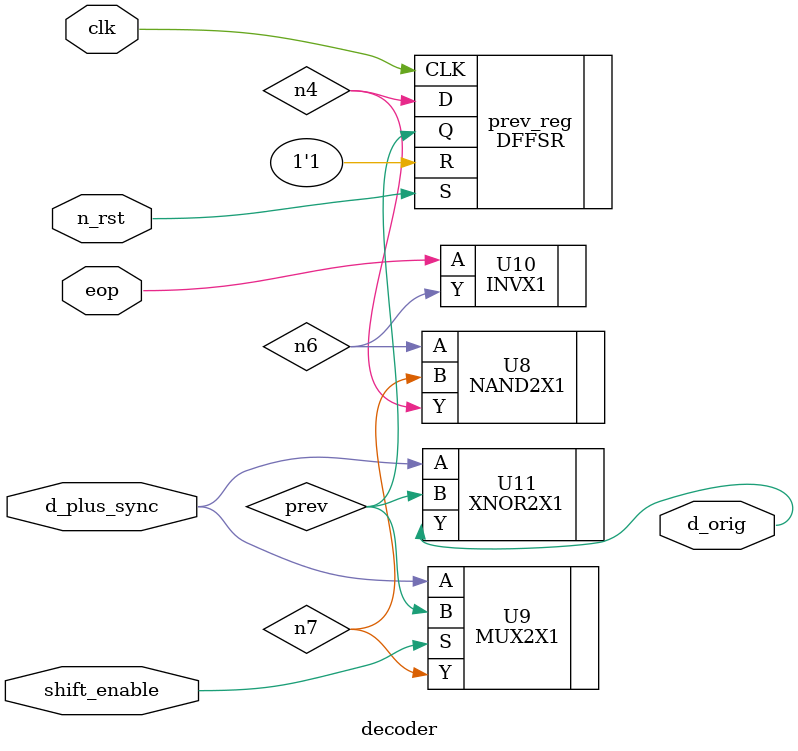
<source format=v>


module decoder ( clk, n_rst, d_plus_sync, shift_enable, eop, d_orig );
  input clk, n_rst, d_plus_sync, shift_enable, eop;
  output d_orig;
  wire   prev, n4, n6, n7;

  DFFSR prev_reg ( .D(n4), .CLK(clk), .R(1'b1), .S(n_rst), .Q(prev) );
  NAND2X1 U8 ( .A(n6), .B(n7), .Y(n4) );
  MUX2X1 U9 ( .B(prev), .A(d_plus_sync), .S(shift_enable), .Y(n7) );
  INVX1 U10 ( .A(eop), .Y(n6) );
  XNOR2X1 U11 ( .A(d_plus_sync), .B(prev), .Y(d_orig) );
endmodule


</source>
